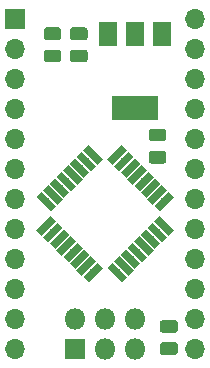
<source format=gbr>
G04 #@! TF.GenerationSoftware,KiCad,Pcbnew,(5.0.0)*
G04 #@! TF.CreationDate,2018-07-26T01:09:00+02:00*
G04 #@! TF.ProjectId,bosch_kf4_pll,626F7363685F6B66345F706C6C2E6B69,rev?*
G04 #@! TF.SameCoordinates,Original*
G04 #@! TF.FileFunction,Soldermask,Bot*
G04 #@! TF.FilePolarity,Negative*
%FSLAX46Y46*%
G04 Gerber Fmt 4.6, Leading zero omitted, Abs format (unit mm)*
G04 Created by KiCad (PCBNEW (5.0.0)) date 07/26/18 01:09:00*
%MOMM*%
%LPD*%
G01*
G04 APERTURE LIST*
%ADD10C,0.651600*%
%ADD11C,0.100000*%
%ADD12O,1.701600X1.701600*%
%ADD13R,1.701600X1.701600*%
%ADD14R,3.901600X2.101600*%
%ADD15R,1.601600X2.101600*%
%ADD16C,1.076600*%
%ADD17O,1.801600X1.801600*%
%ADD18R,1.801600X1.801600*%
G04 APERTURE END LIST*
D10*
G04 #@! TO.C,U1*
X138335103Y-77714695D03*
D11*
G36*
X137963872Y-78546677D02*
X137503121Y-78085926D01*
X138706334Y-76882713D01*
X139167085Y-77343464D01*
X137963872Y-78546677D01*
X137963872Y-78546677D01*
G37*
D10*
X137769417Y-77149010D03*
D11*
G36*
X137398186Y-77980992D02*
X136937435Y-77520241D01*
X138140648Y-76317028D01*
X138601399Y-76777779D01*
X137398186Y-77980992D01*
X137398186Y-77980992D01*
G37*
D10*
X137203732Y-76583324D03*
D11*
G36*
X136832501Y-77415306D02*
X136371750Y-76954555D01*
X137574963Y-75751342D01*
X138035714Y-76212093D01*
X136832501Y-77415306D01*
X136832501Y-77415306D01*
G37*
D10*
X136638047Y-76017639D03*
D11*
G36*
X136266816Y-76849621D02*
X135806065Y-76388870D01*
X137009278Y-75185657D01*
X137470029Y-75646408D01*
X136266816Y-76849621D01*
X136266816Y-76849621D01*
G37*
D10*
X136072361Y-75451953D03*
D11*
G36*
X135701130Y-76283935D02*
X135240379Y-75823184D01*
X136443592Y-74619971D01*
X136904343Y-75080722D01*
X135701130Y-76283935D01*
X135701130Y-76283935D01*
G37*
D10*
X135506676Y-74886268D03*
D11*
G36*
X135135445Y-75718250D02*
X134674694Y-75257499D01*
X135877907Y-74054286D01*
X136338658Y-74515037D01*
X135135445Y-75718250D01*
X135135445Y-75718250D01*
G37*
D10*
X134940990Y-74320583D03*
D11*
G36*
X134569759Y-75152565D02*
X134109008Y-74691814D01*
X135312221Y-73488601D01*
X135772972Y-73949352D01*
X134569759Y-75152565D01*
X134569759Y-75152565D01*
G37*
D10*
X134375305Y-73754897D03*
D11*
G36*
X134004074Y-74586879D02*
X133543323Y-74126128D01*
X134746536Y-72922915D01*
X135207287Y-73383666D01*
X134004074Y-74586879D01*
X134004074Y-74586879D01*
G37*
D10*
X132324695Y-73754897D03*
D11*
G36*
X133156677Y-74126128D02*
X132695926Y-74586879D01*
X131492713Y-73383666D01*
X131953464Y-72922915D01*
X133156677Y-74126128D01*
X133156677Y-74126128D01*
G37*
D10*
X131759010Y-74320583D03*
D11*
G36*
X132590992Y-74691814D02*
X132130241Y-75152565D01*
X130927028Y-73949352D01*
X131387779Y-73488601D01*
X132590992Y-74691814D01*
X132590992Y-74691814D01*
G37*
D10*
X131193324Y-74886268D03*
D11*
G36*
X132025306Y-75257499D02*
X131564555Y-75718250D01*
X130361342Y-74515037D01*
X130822093Y-74054286D01*
X132025306Y-75257499D01*
X132025306Y-75257499D01*
G37*
D10*
X130627639Y-75451953D03*
D11*
G36*
X131459621Y-75823184D02*
X130998870Y-76283935D01*
X129795657Y-75080722D01*
X130256408Y-74619971D01*
X131459621Y-75823184D01*
X131459621Y-75823184D01*
G37*
D10*
X130061953Y-76017639D03*
D11*
G36*
X130893935Y-76388870D02*
X130433184Y-76849621D01*
X129229971Y-75646408D01*
X129690722Y-75185657D01*
X130893935Y-76388870D01*
X130893935Y-76388870D01*
G37*
D10*
X129496268Y-76583324D03*
D11*
G36*
X130328250Y-76954555D02*
X129867499Y-77415306D01*
X128664286Y-76212093D01*
X129125037Y-75751342D01*
X130328250Y-76954555D01*
X130328250Y-76954555D01*
G37*
D10*
X128930583Y-77149010D03*
D11*
G36*
X129762565Y-77520241D02*
X129301814Y-77980992D01*
X128098601Y-76777779D01*
X128559352Y-76317028D01*
X129762565Y-77520241D01*
X129762565Y-77520241D01*
G37*
D10*
X128364897Y-77714695D03*
D11*
G36*
X129196879Y-78085926D02*
X128736128Y-78546677D01*
X127532915Y-77343464D01*
X127993666Y-76882713D01*
X129196879Y-78085926D01*
X129196879Y-78085926D01*
G37*
D10*
X128364897Y-79765305D03*
D11*
G36*
X127993666Y-80597287D02*
X127532915Y-80136536D01*
X128736128Y-78933323D01*
X129196879Y-79394074D01*
X127993666Y-80597287D01*
X127993666Y-80597287D01*
G37*
D10*
X128930583Y-80330990D03*
D11*
G36*
X128559352Y-81162972D02*
X128098601Y-80702221D01*
X129301814Y-79499008D01*
X129762565Y-79959759D01*
X128559352Y-81162972D01*
X128559352Y-81162972D01*
G37*
D10*
X129496268Y-80896676D03*
D11*
G36*
X129125037Y-81728658D02*
X128664286Y-81267907D01*
X129867499Y-80064694D01*
X130328250Y-80525445D01*
X129125037Y-81728658D01*
X129125037Y-81728658D01*
G37*
D10*
X130061953Y-81462361D03*
D11*
G36*
X129690722Y-82294343D02*
X129229971Y-81833592D01*
X130433184Y-80630379D01*
X130893935Y-81091130D01*
X129690722Y-82294343D01*
X129690722Y-82294343D01*
G37*
D10*
X130627639Y-82028047D03*
D11*
G36*
X130256408Y-82860029D02*
X129795657Y-82399278D01*
X130998870Y-81196065D01*
X131459621Y-81656816D01*
X130256408Y-82860029D01*
X130256408Y-82860029D01*
G37*
D10*
X131193324Y-82593732D03*
D11*
G36*
X130822093Y-83425714D02*
X130361342Y-82964963D01*
X131564555Y-81761750D01*
X132025306Y-82222501D01*
X130822093Y-83425714D01*
X130822093Y-83425714D01*
G37*
D10*
X131759010Y-83159417D03*
D11*
G36*
X131387779Y-83991399D02*
X130927028Y-83530648D01*
X132130241Y-82327435D01*
X132590992Y-82788186D01*
X131387779Y-83991399D01*
X131387779Y-83991399D01*
G37*
D10*
X132324695Y-83725103D03*
D11*
G36*
X131953464Y-84557085D02*
X131492713Y-84096334D01*
X132695926Y-82893121D01*
X133156677Y-83353872D01*
X131953464Y-84557085D01*
X131953464Y-84557085D01*
G37*
D10*
X134375305Y-83725103D03*
D11*
G36*
X135207287Y-84096334D02*
X134746536Y-84557085D01*
X133543323Y-83353872D01*
X134004074Y-82893121D01*
X135207287Y-84096334D01*
X135207287Y-84096334D01*
G37*
D10*
X134940990Y-83159417D03*
D11*
G36*
X135772972Y-83530648D02*
X135312221Y-83991399D01*
X134109008Y-82788186D01*
X134569759Y-82327435D01*
X135772972Y-83530648D01*
X135772972Y-83530648D01*
G37*
D10*
X135506676Y-82593732D03*
D11*
G36*
X136338658Y-82964963D02*
X135877907Y-83425714D01*
X134674694Y-82222501D01*
X135135445Y-81761750D01*
X136338658Y-82964963D01*
X136338658Y-82964963D01*
G37*
D10*
X136072361Y-82028047D03*
D11*
G36*
X136904343Y-82399278D02*
X136443592Y-82860029D01*
X135240379Y-81656816D01*
X135701130Y-81196065D01*
X136904343Y-82399278D01*
X136904343Y-82399278D01*
G37*
D10*
X136638047Y-81462361D03*
D11*
G36*
X137470029Y-81833592D02*
X137009278Y-82294343D01*
X135806065Y-81091130D01*
X136266816Y-80630379D01*
X137470029Y-81833592D01*
X137470029Y-81833592D01*
G37*
D10*
X137203732Y-80896676D03*
D11*
G36*
X138035714Y-81267907D02*
X137574963Y-81728658D01*
X136371750Y-80525445D01*
X136832501Y-80064694D01*
X138035714Y-81267907D01*
X138035714Y-81267907D01*
G37*
D10*
X137769417Y-80330990D03*
D11*
G36*
X138601399Y-80702221D02*
X138140648Y-81162972D01*
X136937435Y-79959759D01*
X137398186Y-79499008D01*
X138601399Y-80702221D01*
X138601399Y-80702221D01*
G37*
D10*
X138335103Y-79765305D03*
D11*
G36*
X139167085Y-80136536D02*
X138706334Y-80597287D01*
X137503121Y-79394074D01*
X137963872Y-78933323D01*
X139167085Y-80136536D01*
X139167085Y-80136536D01*
G37*
G04 #@! TD*
D12*
G04 #@! TO.C,J2*
X140970000Y-62230000D03*
X125730000Y-90170000D03*
X140970000Y-64770000D03*
X125730000Y-87630000D03*
X140970000Y-67310000D03*
X125730000Y-85090000D03*
X140970000Y-69850000D03*
X125730000Y-82550000D03*
X140970000Y-72390000D03*
X125730000Y-80010000D03*
X140970000Y-74930000D03*
X125730000Y-77470000D03*
X140970000Y-77470000D03*
X125730000Y-74930000D03*
X140970000Y-80010000D03*
X125730000Y-72390000D03*
X140970000Y-82550000D03*
X125730000Y-69850000D03*
X140970000Y-85090000D03*
X125730000Y-67310000D03*
X140970000Y-87630000D03*
X125730000Y-64770000D03*
X140970000Y-90170000D03*
D13*
X125730000Y-62230000D03*
G04 #@! TD*
D14*
G04 #@! TO.C,U2*
X135890000Y-69825000D03*
D15*
X135890000Y-63525000D03*
X138190000Y-63525000D03*
X133590000Y-63525000D03*
G04 #@! TD*
D11*
G04 #@! TO.C,R4*
G36*
X138303031Y-71550496D02*
X138329159Y-71554372D01*
X138354780Y-71560790D01*
X138379649Y-71569688D01*
X138403526Y-71580981D01*
X138426182Y-71594560D01*
X138447397Y-71610294D01*
X138466968Y-71628032D01*
X138484706Y-71647603D01*
X138500440Y-71668818D01*
X138514019Y-71691474D01*
X138525312Y-71715351D01*
X138534210Y-71740220D01*
X138540628Y-71765841D01*
X138544504Y-71791969D01*
X138545800Y-71818350D01*
X138545800Y-72356650D01*
X138544504Y-72383031D01*
X138540628Y-72409159D01*
X138534210Y-72434780D01*
X138525312Y-72459649D01*
X138514019Y-72483526D01*
X138500440Y-72506182D01*
X138484706Y-72527397D01*
X138466968Y-72546968D01*
X138447397Y-72564706D01*
X138426182Y-72580440D01*
X138403526Y-72594019D01*
X138379649Y-72605312D01*
X138354780Y-72614210D01*
X138329159Y-72620628D01*
X138303031Y-72624504D01*
X138276650Y-72625800D01*
X137313350Y-72625800D01*
X137286969Y-72624504D01*
X137260841Y-72620628D01*
X137235220Y-72614210D01*
X137210351Y-72605312D01*
X137186474Y-72594019D01*
X137163818Y-72580440D01*
X137142603Y-72564706D01*
X137123032Y-72546968D01*
X137105294Y-72527397D01*
X137089560Y-72506182D01*
X137075981Y-72483526D01*
X137064688Y-72459649D01*
X137055790Y-72434780D01*
X137049372Y-72409159D01*
X137045496Y-72383031D01*
X137044200Y-72356650D01*
X137044200Y-71818350D01*
X137045496Y-71791969D01*
X137049372Y-71765841D01*
X137055790Y-71740220D01*
X137064688Y-71715351D01*
X137075981Y-71691474D01*
X137089560Y-71668818D01*
X137105294Y-71647603D01*
X137123032Y-71628032D01*
X137142603Y-71610294D01*
X137163818Y-71594560D01*
X137186474Y-71580981D01*
X137210351Y-71569688D01*
X137235220Y-71560790D01*
X137260841Y-71554372D01*
X137286969Y-71550496D01*
X137313350Y-71549200D01*
X138276650Y-71549200D01*
X138303031Y-71550496D01*
X138303031Y-71550496D01*
G37*
D16*
X137795000Y-72087500D03*
D11*
G36*
X138303031Y-73425496D02*
X138329159Y-73429372D01*
X138354780Y-73435790D01*
X138379649Y-73444688D01*
X138403526Y-73455981D01*
X138426182Y-73469560D01*
X138447397Y-73485294D01*
X138466968Y-73503032D01*
X138484706Y-73522603D01*
X138500440Y-73543818D01*
X138514019Y-73566474D01*
X138525312Y-73590351D01*
X138534210Y-73615220D01*
X138540628Y-73640841D01*
X138544504Y-73666969D01*
X138545800Y-73693350D01*
X138545800Y-74231650D01*
X138544504Y-74258031D01*
X138540628Y-74284159D01*
X138534210Y-74309780D01*
X138525312Y-74334649D01*
X138514019Y-74358526D01*
X138500440Y-74381182D01*
X138484706Y-74402397D01*
X138466968Y-74421968D01*
X138447397Y-74439706D01*
X138426182Y-74455440D01*
X138403526Y-74469019D01*
X138379649Y-74480312D01*
X138354780Y-74489210D01*
X138329159Y-74495628D01*
X138303031Y-74499504D01*
X138276650Y-74500800D01*
X137313350Y-74500800D01*
X137286969Y-74499504D01*
X137260841Y-74495628D01*
X137235220Y-74489210D01*
X137210351Y-74480312D01*
X137186474Y-74469019D01*
X137163818Y-74455440D01*
X137142603Y-74439706D01*
X137123032Y-74421968D01*
X137105294Y-74402397D01*
X137089560Y-74381182D01*
X137075981Y-74358526D01*
X137064688Y-74334649D01*
X137055790Y-74309780D01*
X137049372Y-74284159D01*
X137045496Y-74258031D01*
X137044200Y-74231650D01*
X137044200Y-73693350D01*
X137045496Y-73666969D01*
X137049372Y-73640841D01*
X137055790Y-73615220D01*
X137064688Y-73590351D01*
X137075981Y-73566474D01*
X137089560Y-73543818D01*
X137105294Y-73522603D01*
X137123032Y-73503032D01*
X137142603Y-73485294D01*
X137163818Y-73469560D01*
X137186474Y-73455981D01*
X137210351Y-73444688D01*
X137235220Y-73435790D01*
X137260841Y-73429372D01*
X137286969Y-73425496D01*
X137313350Y-73424200D01*
X138276650Y-73424200D01*
X138303031Y-73425496D01*
X138303031Y-73425496D01*
G37*
D16*
X137795000Y-73962500D03*
G04 #@! TD*
D11*
G04 #@! TO.C,R3*
G36*
X139255531Y-89632996D02*
X139281659Y-89636872D01*
X139307280Y-89643290D01*
X139332149Y-89652188D01*
X139356026Y-89663481D01*
X139378682Y-89677060D01*
X139399897Y-89692794D01*
X139419468Y-89710532D01*
X139437206Y-89730103D01*
X139452940Y-89751318D01*
X139466519Y-89773974D01*
X139477812Y-89797851D01*
X139486710Y-89822720D01*
X139493128Y-89848341D01*
X139497004Y-89874469D01*
X139498300Y-89900850D01*
X139498300Y-90439150D01*
X139497004Y-90465531D01*
X139493128Y-90491659D01*
X139486710Y-90517280D01*
X139477812Y-90542149D01*
X139466519Y-90566026D01*
X139452940Y-90588682D01*
X139437206Y-90609897D01*
X139419468Y-90629468D01*
X139399897Y-90647206D01*
X139378682Y-90662940D01*
X139356026Y-90676519D01*
X139332149Y-90687812D01*
X139307280Y-90696710D01*
X139281659Y-90703128D01*
X139255531Y-90707004D01*
X139229150Y-90708300D01*
X138265850Y-90708300D01*
X138239469Y-90707004D01*
X138213341Y-90703128D01*
X138187720Y-90696710D01*
X138162851Y-90687812D01*
X138138974Y-90676519D01*
X138116318Y-90662940D01*
X138095103Y-90647206D01*
X138075532Y-90629468D01*
X138057794Y-90609897D01*
X138042060Y-90588682D01*
X138028481Y-90566026D01*
X138017188Y-90542149D01*
X138008290Y-90517280D01*
X138001872Y-90491659D01*
X137997996Y-90465531D01*
X137996700Y-90439150D01*
X137996700Y-89900850D01*
X137997996Y-89874469D01*
X138001872Y-89848341D01*
X138008290Y-89822720D01*
X138017188Y-89797851D01*
X138028481Y-89773974D01*
X138042060Y-89751318D01*
X138057794Y-89730103D01*
X138075532Y-89710532D01*
X138095103Y-89692794D01*
X138116318Y-89677060D01*
X138138974Y-89663481D01*
X138162851Y-89652188D01*
X138187720Y-89643290D01*
X138213341Y-89636872D01*
X138239469Y-89632996D01*
X138265850Y-89631700D01*
X139229150Y-89631700D01*
X139255531Y-89632996D01*
X139255531Y-89632996D01*
G37*
D16*
X138747500Y-90170000D03*
D11*
G36*
X139255531Y-87757996D02*
X139281659Y-87761872D01*
X139307280Y-87768290D01*
X139332149Y-87777188D01*
X139356026Y-87788481D01*
X139378682Y-87802060D01*
X139399897Y-87817794D01*
X139419468Y-87835532D01*
X139437206Y-87855103D01*
X139452940Y-87876318D01*
X139466519Y-87898974D01*
X139477812Y-87922851D01*
X139486710Y-87947720D01*
X139493128Y-87973341D01*
X139497004Y-87999469D01*
X139498300Y-88025850D01*
X139498300Y-88564150D01*
X139497004Y-88590531D01*
X139493128Y-88616659D01*
X139486710Y-88642280D01*
X139477812Y-88667149D01*
X139466519Y-88691026D01*
X139452940Y-88713682D01*
X139437206Y-88734897D01*
X139419468Y-88754468D01*
X139399897Y-88772206D01*
X139378682Y-88787940D01*
X139356026Y-88801519D01*
X139332149Y-88812812D01*
X139307280Y-88821710D01*
X139281659Y-88828128D01*
X139255531Y-88832004D01*
X139229150Y-88833300D01*
X138265850Y-88833300D01*
X138239469Y-88832004D01*
X138213341Y-88828128D01*
X138187720Y-88821710D01*
X138162851Y-88812812D01*
X138138974Y-88801519D01*
X138116318Y-88787940D01*
X138095103Y-88772206D01*
X138075532Y-88754468D01*
X138057794Y-88734897D01*
X138042060Y-88713682D01*
X138028481Y-88691026D01*
X138017188Y-88667149D01*
X138008290Y-88642280D01*
X138001872Y-88616659D01*
X137997996Y-88590531D01*
X137996700Y-88564150D01*
X137996700Y-88025850D01*
X137997996Y-87999469D01*
X138001872Y-87973341D01*
X138008290Y-87947720D01*
X138017188Y-87922851D01*
X138028481Y-87898974D01*
X138042060Y-87876318D01*
X138057794Y-87855103D01*
X138075532Y-87835532D01*
X138095103Y-87817794D01*
X138116318Y-87802060D01*
X138138974Y-87788481D01*
X138162851Y-87777188D01*
X138187720Y-87768290D01*
X138213341Y-87761872D01*
X138239469Y-87757996D01*
X138265850Y-87756700D01*
X139229150Y-87756700D01*
X139255531Y-87757996D01*
X139255531Y-87757996D01*
G37*
D16*
X138747500Y-88295000D03*
G04 #@! TD*
D11*
G04 #@! TO.C,C2*
G36*
X131635531Y-64852996D02*
X131661659Y-64856872D01*
X131687280Y-64863290D01*
X131712149Y-64872188D01*
X131736026Y-64883481D01*
X131758682Y-64897060D01*
X131779897Y-64912794D01*
X131799468Y-64930532D01*
X131817206Y-64950103D01*
X131832940Y-64971318D01*
X131846519Y-64993974D01*
X131857812Y-65017851D01*
X131866710Y-65042720D01*
X131873128Y-65068341D01*
X131877004Y-65094469D01*
X131878300Y-65120850D01*
X131878300Y-65659150D01*
X131877004Y-65685531D01*
X131873128Y-65711659D01*
X131866710Y-65737280D01*
X131857812Y-65762149D01*
X131846519Y-65786026D01*
X131832940Y-65808682D01*
X131817206Y-65829897D01*
X131799468Y-65849468D01*
X131779897Y-65867206D01*
X131758682Y-65882940D01*
X131736026Y-65896519D01*
X131712149Y-65907812D01*
X131687280Y-65916710D01*
X131661659Y-65923128D01*
X131635531Y-65927004D01*
X131609150Y-65928300D01*
X130645850Y-65928300D01*
X130619469Y-65927004D01*
X130593341Y-65923128D01*
X130567720Y-65916710D01*
X130542851Y-65907812D01*
X130518974Y-65896519D01*
X130496318Y-65882940D01*
X130475103Y-65867206D01*
X130455532Y-65849468D01*
X130437794Y-65829897D01*
X130422060Y-65808682D01*
X130408481Y-65786026D01*
X130397188Y-65762149D01*
X130388290Y-65737280D01*
X130381872Y-65711659D01*
X130377996Y-65685531D01*
X130376700Y-65659150D01*
X130376700Y-65120850D01*
X130377996Y-65094469D01*
X130381872Y-65068341D01*
X130388290Y-65042720D01*
X130397188Y-65017851D01*
X130408481Y-64993974D01*
X130422060Y-64971318D01*
X130437794Y-64950103D01*
X130455532Y-64930532D01*
X130475103Y-64912794D01*
X130496318Y-64897060D01*
X130518974Y-64883481D01*
X130542851Y-64872188D01*
X130567720Y-64863290D01*
X130593341Y-64856872D01*
X130619469Y-64852996D01*
X130645850Y-64851700D01*
X131609150Y-64851700D01*
X131635531Y-64852996D01*
X131635531Y-64852996D01*
G37*
D16*
X131127500Y-65390000D03*
D11*
G36*
X131635531Y-62977996D02*
X131661659Y-62981872D01*
X131687280Y-62988290D01*
X131712149Y-62997188D01*
X131736026Y-63008481D01*
X131758682Y-63022060D01*
X131779897Y-63037794D01*
X131799468Y-63055532D01*
X131817206Y-63075103D01*
X131832940Y-63096318D01*
X131846519Y-63118974D01*
X131857812Y-63142851D01*
X131866710Y-63167720D01*
X131873128Y-63193341D01*
X131877004Y-63219469D01*
X131878300Y-63245850D01*
X131878300Y-63784150D01*
X131877004Y-63810531D01*
X131873128Y-63836659D01*
X131866710Y-63862280D01*
X131857812Y-63887149D01*
X131846519Y-63911026D01*
X131832940Y-63933682D01*
X131817206Y-63954897D01*
X131799468Y-63974468D01*
X131779897Y-63992206D01*
X131758682Y-64007940D01*
X131736026Y-64021519D01*
X131712149Y-64032812D01*
X131687280Y-64041710D01*
X131661659Y-64048128D01*
X131635531Y-64052004D01*
X131609150Y-64053300D01*
X130645850Y-64053300D01*
X130619469Y-64052004D01*
X130593341Y-64048128D01*
X130567720Y-64041710D01*
X130542851Y-64032812D01*
X130518974Y-64021519D01*
X130496318Y-64007940D01*
X130475103Y-63992206D01*
X130455532Y-63974468D01*
X130437794Y-63954897D01*
X130422060Y-63933682D01*
X130408481Y-63911026D01*
X130397188Y-63887149D01*
X130388290Y-63862280D01*
X130381872Y-63836659D01*
X130377996Y-63810531D01*
X130376700Y-63784150D01*
X130376700Y-63245850D01*
X130377996Y-63219469D01*
X130381872Y-63193341D01*
X130388290Y-63167720D01*
X130397188Y-63142851D01*
X130408481Y-63118974D01*
X130422060Y-63096318D01*
X130437794Y-63075103D01*
X130455532Y-63055532D01*
X130475103Y-63037794D01*
X130496318Y-63022060D01*
X130518974Y-63008481D01*
X130542851Y-62997188D01*
X130567720Y-62988290D01*
X130593341Y-62981872D01*
X130619469Y-62977996D01*
X130645850Y-62976700D01*
X131609150Y-62976700D01*
X131635531Y-62977996D01*
X131635531Y-62977996D01*
G37*
D16*
X131127500Y-63515000D03*
G04 #@! TD*
D11*
G04 #@! TO.C,C3*
G36*
X129413031Y-62977996D02*
X129439159Y-62981872D01*
X129464780Y-62988290D01*
X129489649Y-62997188D01*
X129513526Y-63008481D01*
X129536182Y-63022060D01*
X129557397Y-63037794D01*
X129576968Y-63055532D01*
X129594706Y-63075103D01*
X129610440Y-63096318D01*
X129624019Y-63118974D01*
X129635312Y-63142851D01*
X129644210Y-63167720D01*
X129650628Y-63193341D01*
X129654504Y-63219469D01*
X129655800Y-63245850D01*
X129655800Y-63784150D01*
X129654504Y-63810531D01*
X129650628Y-63836659D01*
X129644210Y-63862280D01*
X129635312Y-63887149D01*
X129624019Y-63911026D01*
X129610440Y-63933682D01*
X129594706Y-63954897D01*
X129576968Y-63974468D01*
X129557397Y-63992206D01*
X129536182Y-64007940D01*
X129513526Y-64021519D01*
X129489649Y-64032812D01*
X129464780Y-64041710D01*
X129439159Y-64048128D01*
X129413031Y-64052004D01*
X129386650Y-64053300D01*
X128423350Y-64053300D01*
X128396969Y-64052004D01*
X128370841Y-64048128D01*
X128345220Y-64041710D01*
X128320351Y-64032812D01*
X128296474Y-64021519D01*
X128273818Y-64007940D01*
X128252603Y-63992206D01*
X128233032Y-63974468D01*
X128215294Y-63954897D01*
X128199560Y-63933682D01*
X128185981Y-63911026D01*
X128174688Y-63887149D01*
X128165790Y-63862280D01*
X128159372Y-63836659D01*
X128155496Y-63810531D01*
X128154200Y-63784150D01*
X128154200Y-63245850D01*
X128155496Y-63219469D01*
X128159372Y-63193341D01*
X128165790Y-63167720D01*
X128174688Y-63142851D01*
X128185981Y-63118974D01*
X128199560Y-63096318D01*
X128215294Y-63075103D01*
X128233032Y-63055532D01*
X128252603Y-63037794D01*
X128273818Y-63022060D01*
X128296474Y-63008481D01*
X128320351Y-62997188D01*
X128345220Y-62988290D01*
X128370841Y-62981872D01*
X128396969Y-62977996D01*
X128423350Y-62976700D01*
X129386650Y-62976700D01*
X129413031Y-62977996D01*
X129413031Y-62977996D01*
G37*
D16*
X128905000Y-63515000D03*
D11*
G36*
X129413031Y-64852996D02*
X129439159Y-64856872D01*
X129464780Y-64863290D01*
X129489649Y-64872188D01*
X129513526Y-64883481D01*
X129536182Y-64897060D01*
X129557397Y-64912794D01*
X129576968Y-64930532D01*
X129594706Y-64950103D01*
X129610440Y-64971318D01*
X129624019Y-64993974D01*
X129635312Y-65017851D01*
X129644210Y-65042720D01*
X129650628Y-65068341D01*
X129654504Y-65094469D01*
X129655800Y-65120850D01*
X129655800Y-65659150D01*
X129654504Y-65685531D01*
X129650628Y-65711659D01*
X129644210Y-65737280D01*
X129635312Y-65762149D01*
X129624019Y-65786026D01*
X129610440Y-65808682D01*
X129594706Y-65829897D01*
X129576968Y-65849468D01*
X129557397Y-65867206D01*
X129536182Y-65882940D01*
X129513526Y-65896519D01*
X129489649Y-65907812D01*
X129464780Y-65916710D01*
X129439159Y-65923128D01*
X129413031Y-65927004D01*
X129386650Y-65928300D01*
X128423350Y-65928300D01*
X128396969Y-65927004D01*
X128370841Y-65923128D01*
X128345220Y-65916710D01*
X128320351Y-65907812D01*
X128296474Y-65896519D01*
X128273818Y-65882940D01*
X128252603Y-65867206D01*
X128233032Y-65849468D01*
X128215294Y-65829897D01*
X128199560Y-65808682D01*
X128185981Y-65786026D01*
X128174688Y-65762149D01*
X128165790Y-65737280D01*
X128159372Y-65711659D01*
X128155496Y-65685531D01*
X128154200Y-65659150D01*
X128154200Y-65120850D01*
X128155496Y-65094469D01*
X128159372Y-65068341D01*
X128165790Y-65042720D01*
X128174688Y-65017851D01*
X128185981Y-64993974D01*
X128199560Y-64971318D01*
X128215294Y-64950103D01*
X128233032Y-64930532D01*
X128252603Y-64912794D01*
X128273818Y-64897060D01*
X128296474Y-64883481D01*
X128320351Y-64872188D01*
X128345220Y-64863290D01*
X128370841Y-64856872D01*
X128396969Y-64852996D01*
X128423350Y-64851700D01*
X129386650Y-64851700D01*
X129413031Y-64852996D01*
X129413031Y-64852996D01*
G37*
D16*
X128905000Y-65390000D03*
G04 #@! TD*
D17*
G04 #@! TO.C,J1*
X135890000Y-87630000D03*
X135890000Y-90170000D03*
X133350000Y-87630000D03*
X133350000Y-90170000D03*
X130810000Y-87630000D03*
D18*
X130810000Y-90170000D03*
G04 #@! TD*
M02*

</source>
